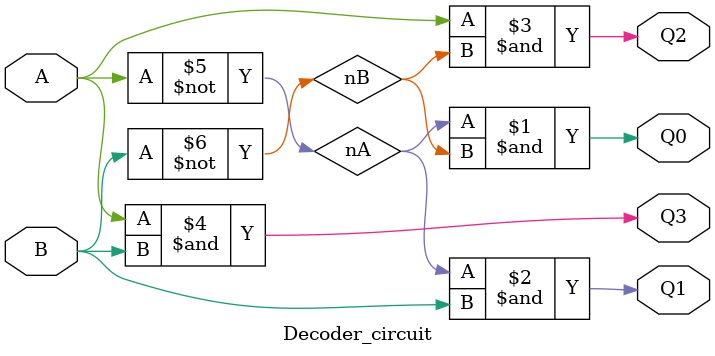
<source format=v>
`timescale 1ns / 1ps

module Decoder_circuit(A,B,Q0,Q1,Q2,Q3);

    input A,B;
    output Q0,Q1,Q2,Q3;
    
    wire nA, nB;

    not (nA, A);
    not (nB, B); 

    and (Q0, nA, nB);
    and (Q1, nA, B); 
    and (Q2, A, nB);  
    and (Q3, A, B);  
      
endmodule

</source>
